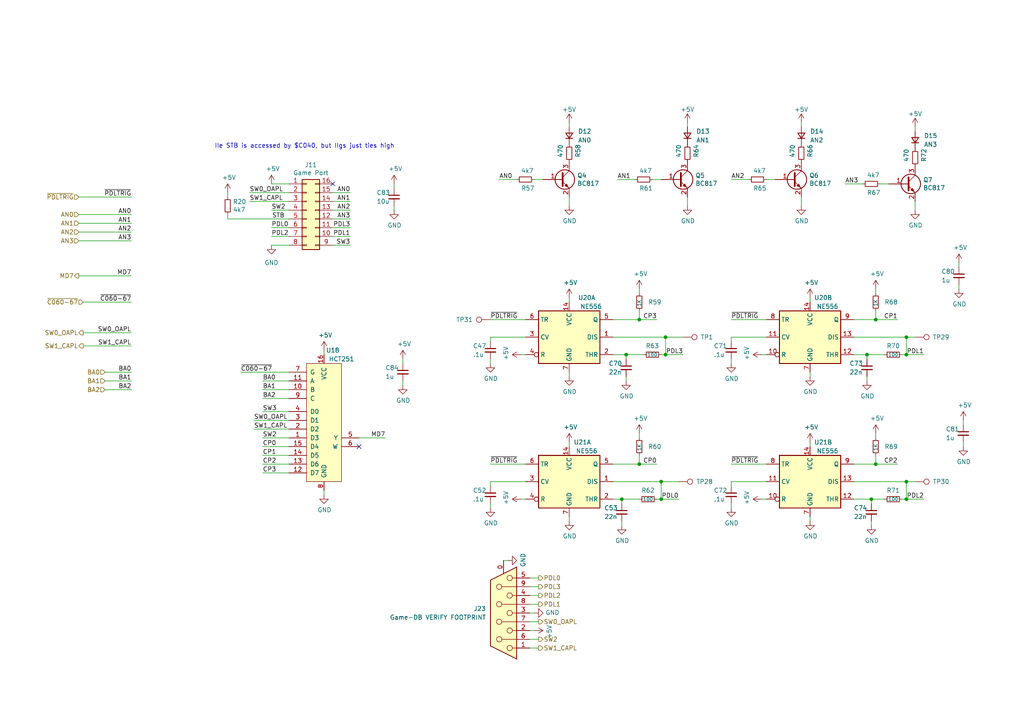
<source format=kicad_sch>
(kicad_sch (version 20211123) (generator eeschema)
  (paper "A4")
  (lib_symbols
    (symbol "Apple_IIgs_Symbols:HCT251" (pin_names (offset 1.016))
      (property "Reference" "U" (at -1.27 20.32 0))
      (property "Value" "HCT251" (at -1.27 17.78 0))
      (symbol "HCT251_1_1"
        (pin input line (at -10.16 -5.08 0) (length 5.08) (name "D3") (number "1"))
        (pin input line (at -10.16 8.89 0) (length 5.08) (name "B") (number "10"))
        (pin input line (at -10.16 11.43 0) (length 5.08) (name "A") (number "11"))
        (pin input line (at -10.16 -15.24 0) (length 5.08) (name "D7") (number "12"))
        (pin input line (at -10.16 -12.7 0) (length 5.08) (name "D6") (number "13"))
        (pin input line (at -10.16 -10.16 0) (length 5.08) (name "D5") (number "14"))
        (pin input line (at -10.16 -7.62 0) (length 5.08) (name "D4") (number "15"))
        (pin power_in line (at 0 19.05 270) (length 2.54) (name "VCC") (number "16"))
        (pin input line (at -10.16 -2.54 0) (length 5.08) (name "D2") (number "2"))
        (pin input line (at -10.16 0 0) (length 5.08) (name "D1") (number "3"))
        (pin input line (at -10.16 2.54 0) (length 5.08) (name "D0") (number "4"))
        (pin input line (at 10.16 -5.08 180) (length 5.08) (name "Y") (number "5"))
        (pin input line (at 10.16 -7.62 180) (length 5.08) (name "W") (number "6"))
        (pin input line (at -10.16 13.97 0) (length 5.08) (name "G") (number "7"))
        (pin power_in line (at 0 -20.32 90) (length 2.54) (name "GND") (number "8"))
        (pin input line (at -10.16 6.35 0) (length 5.08) (name "C") (number "9"))
      )
    )
    (symbol "C_0805_1" (pin_numbers hide) (pin_names (offset 0.254) hide)
      (property "Reference" "C" (at 0.254 1.778 0))
      (property "Value" "C_0805_1" (at 0.254 -2.032 0))
      (symbol "C_0805_1_1_1"
        (pin passive line (at 0 2.54 270) (length 2.032) (name "~") (number "1"))
        (pin passive line (at 0 -2.54 90) (length 2.032) (name "~") (number "2"))
      )
    )
    (symbol "C_0805_2" (pin_numbers hide) (pin_names (offset 0.254) hide)
      (property "Reference" "C" (at 0.254 1.778 0))
      (property "Value" "C_0805_2" (at 0.254 -2.032 0))
      (symbol "C_0805_2_1_1"
        (pin passive line (at 0 2.54 270) (length 2.032) (name "~") (number "1"))
        (pin passive line (at 0 -2.54 90) (length 2.032) (name "~") (number "2"))
      )
    )
    (symbol "C_0805_3" (pin_numbers hide) (pin_names (offset 0.254) hide)
      (property "Reference" "C" (at 0.254 1.778 0))
      (property "Value" "C_0805_3" (at 0.254 -2.032 0))
      (symbol "C_0805_3_1_1"
        (pin passive line (at 0 2.54 270) (length 2.032) (name "~") (number "1"))
        (pin passive line (at 0 -2.54 90) (length 2.032) (name "~") (number "2"))
      )
    )
    (symbol "C_0805_4" (pin_numbers hide) (pin_names (offset 0.254) hide)
      (property "Reference" "C" (at 0.254 1.778 0))
      (property "Value" "C_0805_4" (at 0.254 -2.032 0))
      (symbol "C_0805_4_1_1"
        (pin passive line (at 0 2.54 270) (length 2.032) (name "~") (number "1"))
        (pin passive line (at 0 -2.54 90) (length 2.032) (name "~") (number "2"))
      )
    )
    (symbol "C_0805_5" (pin_numbers hide) (pin_names (offset 0.254) hide)
      (property "Reference" "C" (at 0.254 1.778 0))
      (property "Value" "C_0805_5" (at 0.254 -2.032 0))
      (symbol "C_0805_5_1_1"
        (pin passive line (at 0 2.54 270) (length 2.032) (name "~") (number "1"))
        (pin passive line (at 0 -2.54 90) (length 2.032) (name "~") (number "2"))
      )
    )
    (symbol "C_0805_6" (pin_numbers hide) (pin_names (offset 0.254) hide)
      (property "Reference" "C" (at 0.254 1.778 0))
      (property "Value" "C_0805_6" (at 0.254 -2.032 0))
      (symbol "C_0805_6_1_1"
        (pin passive line (at 0 2.54 270) (length 2.032) (name "~") (number "1"))
        (pin passive line (at 0 -2.54 90) (length 2.032) (name "~") (number "2"))
      )
    )
    (symbol "C_0805_7" (pin_numbers hide) (pin_names (offset 0.254) hide)
      (property "Reference" "C" (at 0.254 1.778 0))
      (property "Value" "C_0805_7" (at 0.254 -2.032 0))
      (symbol "C_0805_7_1_1"
        (pin passive line (at 0 2.54 270) (length 2.032) (name "~") (number "1"))
        (pin passive line (at 0 -2.54 90) (length 2.032) (name "~") (number "2"))
      )
    )
    (symbol "Connector:DB9_Female_MountingHoles" (pin_names (offset 1.016) hide)
      (property "Reference" "J" (at 0 16.51 0))
      (property "Value" "DB9_Female_MountingHoles" (at 0 14.605 0))
      (symbol "DB9_Female_MountingHoles_1_1"
        (pin passive line (at 0 -15.24 90) (length 3.81) (name "PAD") (number "0"))
        (pin passive line (at -7.62 10.16 0) (length 3.81) (name "1") (number "1"))
        (pin passive line (at -7.62 5.08 0) (length 3.81) (name "2") (number "2"))
        (pin passive line (at -7.62 0 0) (length 3.81) (name "3") (number "3"))
        (pin passive line (at -7.62 -5.08 0) (length 3.81) (name "4") (number "4"))
        (pin passive line (at -7.62 -10.16 0) (length 3.81) (name "5") (number "5"))
        (pin passive line (at -7.62 7.62 0) (length 3.81) (name "6") (number "6"))
        (pin passive line (at -7.62 2.54 0) (length 3.81) (name "7") (number "7"))
        (pin passive line (at -7.62 -2.54 0) (length 3.81) (name "8") (number "8"))
        (pin passive line (at -7.62 -7.62 0) (length 3.81) (name "9") (number "9"))
      )
    )
    (symbol "Connector:TestPoint" (pin_numbers hide) (pin_names (offset 0.762) hide)
      (property "Reference" "TP" (at 0 6.858 0))
      (property "Value" "TestPoint" (at 0 5.08 0))
      (symbol "TestPoint_1_1"
        (pin passive line (at 0 0 90) (length 2.54) (name "1") (number "1"))
      )
    )
    (symbol "Connector_Generic:Conn_02x08_Counter_Clockwise" (pin_names (offset 1.016) hide)
      (property "Reference" "J" (at 1.27 10.16 0))
      (property "Value" "Conn_02x08_Counter_Clockwise" (at 1.27 -12.7 0))
      (symbol "Conn_02x08_Counter_Clockwise_1_1"
        (pin passive line (at -5.08 7.62 0) (length 3.81) (name "Pin_1") (number "1"))
        (pin passive line (at 7.62 -7.62 180) (length 3.81) (name "Pin_10") (number "10"))
        (pin passive line (at 7.62 -5.08 180) (length 3.81) (name "Pin_11") (number "11"))
        (pin passive line (at 7.62 -2.54 180) (length 3.81) (name "Pin_12") (number "12"))
        (pin passive line (at 7.62 0 180) (length 3.81) (name "Pin_13") (number "13"))
        (pin passive line (at 7.62 2.54 180) (length 3.81) (name "Pin_14") (number "14"))
        (pin passive line (at 7.62 5.08 180) (length 3.81) (name "Pin_15") (number "15"))
        (pin passive line (at 7.62 7.62 180) (length 3.81) (name "Pin_16") (number "16"))
        (pin passive line (at -5.08 5.08 0) (length 3.81) (name "Pin_2") (number "2"))
        (pin passive line (at -5.08 2.54 0) (length 3.81) (name "Pin_3") (number "3"))
        (pin passive line (at -5.08 0 0) (length 3.81) (name "Pin_4") (number "4"))
        (pin passive line (at -5.08 -2.54 0) (length 3.81) (name "Pin_5") (number "5"))
        (pin passive line (at -5.08 -5.08 0) (length 3.81) (name "Pin_6") (number "6"))
        (pin passive line (at -5.08 -7.62 0) (length 3.81) (name "Pin_7") (number "7"))
        (pin passive line (at -5.08 -10.16 0) (length 3.81) (name "Pin_8") (number "8"))
        (pin passive line (at 7.62 -10.16 180) (length 3.81) (name "Pin_9") (number "9"))
      )
    )
    (symbol "Device:Q_NPN_BEC" (pin_names (offset 0) hide)
      (property "Reference" "Q" (at 5.08 1.27 0))
      (property "Value" "Q_NPN_BEC" (at 5.08 -1.27 0))
      (symbol "Q_NPN_BEC_1_1"
        (pin input line (at -5.08 0 0) (length 5.715) (name "B") (number "1"))
        (pin passive line (at 2.54 -5.08 90) (length 2.54) (name "E") (number "2"))
        (pin passive line (at 2.54 5.08 270) (length 2.54) (name "C") (number "3"))
      )
    )
    (symbol "My Library:D_1206" (pin_numbers hide) (pin_names (offset 0.254) hide)
      (property "Reference" "D" (at -1.27 2.032 0))
      (property "Value" "D_1206" (at -3.81 -2.032 0))
      (symbol "D_1206_1_1"
        (pin passive line (at -2.54 0 0) (length 1.778) (name "K") (number "1"))
        (pin passive line (at 2.54 0 180) (length 1.778) (name "A") (number "2"))
      )
    )
    (symbol "My_Library:C_0805" (pin_numbers hide) (pin_names (offset 0.254) hide)
      (property "Reference" "C" (at 0.254 1.778 0))
      (property "Value" "C_0805" (at 0.254 -2.032 0))
      (symbol "C_0805_1_1"
        (pin passive line (at 0 2.54 270) (length 2.032) (name "~") (number "1"))
        (pin passive line (at 0 -2.54 90) (length 2.032) (name "~") (number "2"))
      )
    )
    (symbol "My_Library:R_0805" (pin_numbers hide) (pin_names (offset 0.254) hide)
      (property "Reference" "R" (at 0.762 0.508 0))
      (property "Value" "R_0805" (at 0.762 -1.016 0))
      (symbol "R_0805_1_1"
        (pin passive line (at 0 2.54 270) (length 0.762) (name "~") (number "1"))
        (pin passive line (at 0 -2.54 90) (length 0.762) (name "~") (number "2"))
      )
    )
    (symbol "R_0805_1" (pin_numbers hide) (pin_names (offset 0.254) hide)
      (property "Reference" "R" (at 0.762 0.508 0))
      (property "Value" "R_0805_1" (at 0.762 -1.016 0))
      (symbol "R_0805_1_1_1"
        (pin passive line (at 0 2.54 270) (length 0.762) (name "~") (number "1"))
        (pin passive line (at 0 -2.54 90) (length 0.762) (name "~") (number "2"))
      )
    )
    (symbol "R_0805_10" (pin_numbers hide) (pin_names (offset 0.254) hide)
      (property "Reference" "R" (at 0.762 0.508 0))
      (property "Value" "R_0805_10" (at 0.762 -1.016 0))
      (symbol "R_0805_10_1_1"
        (pin passive line (at 0 2.54 270) (length 0.762) (name "~") (number "1"))
        (pin passive line (at 0 -2.54 90) (length 0.762) (name "~") (number "2"))
      )
    )
    (symbol "R_0805_11" (pin_numbers hide) (pin_names (offset 0.254) hide)
      (property "Reference" "R" (at 0.762 0.508 0))
      (property "Value" "R_0805_11" (at 0.762 -1.016 0))
      (symbol "R_0805_11_1_1"
        (pin passive line (at 0 2.54 270) (length 0.762) (name "~") (number "1"))
        (pin passive line (at 0 -2.54 90) (length 0.762) (name "~") (number "2"))
      )
    )
    (symbol "R_0805_12" (pin_numbers hide) (pin_names (offset 0.254) hide)
      (property "Reference" "R" (at 0.762 0.508 0))
      (property "Value" "R_0805_12" (at 0.762 -1.016 0))
      (symbol "R_0805_12_1_1"
        (pin passive line (at 0 2.54 270) (length 0.762) (name "~") (number "1"))
        (pin passive line (at 0 -2.54 90) (length 0.762) (name "~") (number "2"))
      )
    )
    (symbol "R_0805_13" (pin_numbers hide) (pin_names (offset 0.254) hide)
      (property "Reference" "R" (at 0.762 0.508 0))
      (property "Value" "R_0805_13" (at 0.762 -1.016 0))
      (symbol "R_0805_13_1_1"
        (pin passive line (at 0 2.54 270) (length 0.762) (name "~") (number "1"))
        (pin passive line (at 0 -2.54 90) (length 0.762) (name "~") (number "2"))
      )
    )
    (symbol "R_0805_14" (pin_numbers hide) (pin_names (offset 0.254) hide)
      (property "Reference" "R" (at 0.762 0.508 0))
      (property "Value" "R_0805_14" (at 0.762 -1.016 0))
      (symbol "R_0805_14_1_1"
        (pin passive line (at 0 2.54 270) (length 0.762) (name "~") (number "1"))
        (pin passive line (at 0 -2.54 90) (length 0.762) (name "~") (number "2"))
      )
    )
    (symbol "R_0805_15" (pin_numbers hide) (pin_names (offset 0.254) hide)
      (property "Reference" "R" (at 0.762 0.508 0))
      (property "Value" "R_0805_15" (at 0.762 -1.016 0))
      (symbol "R_0805_15_1_1"
        (pin passive line (at 0 2.54 270) (length 0.762) (name "~") (number "1"))
        (pin passive line (at 0 -2.54 90) (length 0.762) (name "~") (number "2"))
      )
    )
    (symbol "R_0805_16" (pin_numbers hide) (pin_names (offset 0.254) hide)
      (property "Reference" "R" (at 0.762 0.508 0))
      (property "Value" "R_0805_16" (at 0.762 -1.016 0))
      (symbol "R_0805_16_1_1"
        (pin passive line (at 0 2.54 270) (length 0.762) (name "~") (number "1"))
        (pin passive line (at 0 -2.54 90) (length 0.762) (name "~") (number "2"))
      )
    )
    (symbol "R_0805_2" (pin_numbers hide) (pin_names (offset 0.254) hide)
      (property "Reference" "R" (at 0.762 0.508 0))
      (property "Value" "R_0805_2" (at 0.762 -1.016 0))
      (symbol "R_0805_2_1_1"
        (pin passive line (at 0 2.54 270) (length 0.762) (name "~") (number "1"))
        (pin passive line (at 0 -2.54 90) (length 0.762) (name "~") (number "2"))
      )
    )
    (symbol "R_0805_3" (pin_numbers hide) (pin_names (offset 0.254) hide)
      (property "Reference" "R" (at 0.762 0.508 0))
      (property "Value" "R_0805_3" (at 0.762 -1.016 0))
      (symbol "R_0805_3_1_1"
        (pin passive line (at 0 2.54 270) (length 0.762) (name "~") (number "1"))
        (pin passive line (at 0 -2.54 90) (length 0.762) (name "~") (number "2"))
      )
    )
    (symbol "R_0805_4" (pin_numbers hide) (pin_names (offset 0.254) hide)
      (property "Reference" "R" (at 0.762 0.508 0))
      (property "Value" "R_0805_4" (at 0.762 -1.016 0))
      (symbol "R_0805_4_1_1"
        (pin passive line (at 0 2.54 270) (length 0.762) (name "~") (number "1"))
        (pin passive line (at 0 -2.54 90) (length 0.762) (name "~") (number "2"))
      )
    )
    (symbol "R_0805_5" (pin_numbers hide) (pin_names (offset 0.254) hide)
      (property "Reference" "R" (at 0.762 0.508 0))
      (property "Value" "R_0805_5" (at 0.762 -1.016 0))
      (symbol "R_0805_5_1_1"
        (pin passive line (at 0 2.54 270) (length 0.762) (name "~") (number "1"))
        (pin passive line (at 0 -2.54 90) (length 0.762) (name "~") (number "2"))
      )
    )
    (symbol "R_0805_6" (pin_numbers hide) (pin_names (offset 0.254) hide)
      (property "Reference" "R" (at 0.762 0.508 0))
      (property "Value" "R_0805_6" (at 0.762 -1.016 0))
      (symbol "R_0805_6_1_1"
        (pin passive line (at 0 2.54 270) (length 0.762) (name "~") (number "1"))
        (pin passive line (at 0 -2.54 90) (length 0.762) (name "~") (number "2"))
      )
    )
    (symbol "R_0805_7" (pin_numbers hide) (pin_names (offset 0.254) hide)
      (property "Reference" "R" (at 0.762 0.508 0))
      (property "Value" "R_0805_7" (at 0.762 -1.016 0))
      (symbol "R_0805_7_1_1"
        (pin passive line (at 0 2.54 270) (length 0.762) (name "~") (number "1"))
        (pin passive line (at 0 -2.54 90) (length 0.762) (name "~") (number "2"))
      )
    )
    (symbol "R_0805_8" (pin_numbers hide) (pin_names (offset 0.254) hide)
      (property "Reference" "R" (at 0.762 0.508 0))
      (property "Value" "R_0805_8" (at 0.762 -1.016 0))
      (symbol "R_0805_8_1_1"
        (pin passive line (at 0 2.54 270) (length 0.762) (name "~") (number "1"))
        (pin passive line (at 0 -2.54 90) (length 0.762) (name "~") (number "2"))
      )
    )
    (symbol "R_0805_9" (pin_numbers hide) (pin_names (offset 0.254) hide)
      (property "Reference" "R" (at 0.762 0.508 0))
      (property "Value" "R_0805_9" (at 0.762 -1.016 0))
      (symbol "R_0805_9_1_1"
        (pin passive line (at 0 2.54 270) (length 0.762) (name "~") (number "1"))
        (pin passive line (at 0 -2.54 90) (length 0.762) (name "~") (number "2"))
      )
    )
    (symbol "Timer:NE556"
      (property "Reference" "U" (at -10.16 8.89 0))
      (property "Value" "NE556" (at -10.16 -8.89 0))
      (symbol "NE556_0_0"
        (pin power_in line (at 0 10.16 270) (length 2.54) (name "VCC") (number "14"))
        (pin power_in line (at 0 -10.16 90) (length 2.54) (name "GND") (number "7"))
      )
      (symbol "NE556_1_1"
        (pin input line (at 12.7 0 180) (length 3.81) (name "DIS") (number "1"))
        (pin input line (at 12.7 -5.08 180) (length 3.81) (name "THR") (number "2"))
        (pin input line (at -12.7 0 0) (length 3.81) (name "CV") (number "3"))
        (pin input inverted (at -12.7 -5.08 0) (length 3.81) (name "R") (number "4"))
        (pin output line (at 12.7 5.08 180) (length 3.81) (name "Q") (number "5"))
        (pin input line (at -12.7 5.08 0) (length 3.81) (name "TR") (number "6"))
      )
      (symbol "NE556_2_1"
        (pin input inverted (at -12.7 -5.08 0) (length 3.81) (name "R") (number "10"))
        (pin input line (at -12.7 0 0) (length 3.81) (name "CV") (number "11"))
        (pin input line (at 12.7 -5.08 180) (length 3.81) (name "THR") (number "12"))
        (pin input line (at 12.7 0 180) (length 3.81) (name "DIS") (number "13"))
        (pin input line (at -12.7 5.08 0) (length 3.81) (name "TR") (number "8"))
        (pin output line (at 12.7 5.08 180) (length 3.81) (name "Q") (number "9"))
      )
    )
    (symbol "power:+5V" (power) (pin_names (offset 0))
      (property "Value" "+5V" (at 0 3.556 0))
      (symbol "+5V_1_1"
        (pin power_in line (at 0 0 90) (length 0) hide (name "+5V") (number "1"))
      )
    )
    (symbol "power:GND" (power) (pin_names (offset 0))
      (property "Value" "GND" (at 0 -3.81 0))
      (symbol "GND_1_1"
        (pin power_in line (at 0 0 270) (length 0) hide (name "GND") (number "1"))
      )
    )
  )
  (junction (at 193.04 97.79))
  (junction (at 191.77 139.7))
  (junction (at 262.89 102.87))
  (junction (at 254 134.62))
  (junction (at 185.42 134.62))
  (junction (at 193.04 102.87))
  (junction (at 254 92.71))
  (junction (at 191.77 144.78))
  (junction (at 262.89 144.78))
  (junction (at 181.61 102.87))
  (junction (at 262.89 97.79))
  (junction (at 262.89 139.7))
  (junction (at 185.42 92.71))
  (junction (at 251.46 102.87))
  (junction (at 180.34 144.78))
  (junction (at 252.73 144.78))
  (no_connect (at 96.52 53.34))
  (no_connect (at 104.14 129.54))
  (wire (pts (xy 191.77 144.78) (xy 196.85 144.78)))
  (wire (pts (xy 247.65 139.7) (xy 262.89 139.7)))
  (wire (pts (xy 153.67 175.26) (xy 156.21 175.26)))
  (wire (pts (xy 146.05 162.56) (xy 147.32 162.56)))
  (wire (pts (xy 96.52 63.5) (xy 101.6 63.5)))
  (wire (pts (xy 96.52 60.96) (xy 101.6 60.96)))
  (wire (pts (xy 153.67 187.96) (xy 156.21 187.96)))
  (wire (pts (xy 152.4 97.79) (xy 142.24 97.79)))
  (wire (pts (xy 254 125.73) (xy 254 127)))
  (wire (pts (xy 144.78 52.07) (xy 149.86 52.07)))
  (wire (pts (xy 66.04 63.5) (xy 66.04 62.23)))
  (wire (pts (xy 83.82 60.96) (xy 78.74 60.96)))
  (wire (pts (xy 180.34 144.78) (xy 185.42 144.78)))
  (wire (pts (xy 262.89 97.79) (xy 265.43 97.79)))
  (wire (pts (xy 177.8 92.71) (xy 185.42 92.71)))
  (wire (pts (xy 254 92.71) (xy 260.35 92.71)))
  (wire (pts (xy 262.89 139.7) (xy 262.89 144.78)))
  (wire (pts (xy 220.98 144.78) (xy 222.25 144.78)))
  (wire (pts (xy 265.43 38.1) (xy 265.43 36.83)))
  (wire (pts (xy 83.82 110.49) (xy 76.2 110.49)))
  (wire (pts (xy 83.82 115.57) (xy 76.2 115.57)))
  (wire (pts (xy 22.86 62.23) (xy 38.1 62.23)))
  (wire (pts (xy 154.94 52.07) (xy 157.48 52.07)))
  (wire (pts (xy 185.42 90.17) (xy 185.42 92.71)))
  (wire (pts (xy 165.1 57.15) (xy 165.1 59.69)))
  (wire (pts (xy 22.86 67.31) (xy 38.1 67.31)))
  (wire (pts (xy 142.24 104.14) (xy 142.24 105.41)))
  (wire (pts (xy 83.82 132.08) (xy 76.2 132.08)))
  (wire (pts (xy 212.09 146.05) (xy 212.09 147.32)))
  (wire (pts (xy 212.09 104.14) (xy 212.09 105.41)))
  (wire (pts (xy 252.73 144.78) (xy 252.73 146.05)))
  (wire (pts (xy 199.39 57.15) (xy 199.39 59.69)))
  (wire (pts (xy 73.66 121.92) (xy 83.82 121.92)))
  (wire (pts (xy 190.5 144.78) (xy 191.77 144.78)))
  (wire (pts (xy 181.61 102.87) (xy 181.61 104.14)))
  (wire (pts (xy 83.82 68.58) (xy 78.74 68.58)))
  (wire (pts (xy 93.98 142.24) (xy 93.98 143.51)))
  (wire (pts (xy 191.77 139.7) (xy 191.77 144.78)))
  (wire (pts (xy 116.84 104.14) (xy 116.84 105.41)))
  (wire (pts (xy 114.3 53.34) (xy 114.3 54.61)))
  (wire (pts (xy 181.61 109.22) (xy 181.61 110.49)))
  (wire (pts (xy 189.23 52.07) (xy 191.77 52.07)))
  (wire (pts (xy 152.4 92.71) (xy 142.24 92.71)))
  (wire (pts (xy 153.67 170.18) (xy 156.21 170.18)))
  (wire (pts (xy 252.73 144.78) (xy 256.54 144.78)))
  (wire (pts (xy 93.98 101.6) (xy 93.98 102.87)))
  (wire (pts (xy 177.8 134.62) (xy 185.42 134.62)))
  (wire (pts (xy 83.82 107.95) (xy 69.85 107.95)))
  (wire (pts (xy 177.8 139.7) (xy 191.77 139.7)))
  (wire (pts (xy 165.1 128.27) (xy 165.1 129.54)))
  (wire (pts (xy 66.04 55.88) (xy 66.04 57.15)))
  (wire (pts (xy 153.67 185.42) (xy 156.21 185.42)))
  (wire (pts (xy 24.13 100.33) (xy 38.1 100.33)))
  (wire (pts (xy 142.24 146.05) (xy 142.24 147.32)))
  (wire (pts (xy 191.77 102.87) (xy 193.04 102.87)))
  (wire (pts (xy 234.95 149.86) (xy 234.95 151.13)))
  (wire (pts (xy 262.89 97.79) (xy 262.89 102.87)))
  (wire (pts (xy 22.86 57.15) (xy 38.1 57.15)))
  (wire (pts (xy 22.86 64.77) (xy 38.1 64.77)))
  (wire (pts (xy 265.43 58.42) (xy 265.43 60.96)))
  (wire (pts (xy 212.09 97.79) (xy 212.09 99.06)))
  (wire (pts (xy 104.14 127) (xy 111.76 127)))
  (wire (pts (xy 165.1 149.86) (xy 165.1 151.13)))
  (wire (pts (xy 153.67 167.64) (xy 156.21 167.64)))
  (wire (pts (xy 73.66 124.46) (xy 83.82 124.46)))
  (wire (pts (xy 96.52 66.04) (xy 101.6 66.04)))
  (wire (pts (xy 261.62 144.78) (xy 262.89 144.78)))
  (wire (pts (xy 254 83.82) (xy 254 85.09)))
  (wire (pts (xy 24.13 87.63) (xy 38.1 87.63)))
  (wire (pts (xy 83.82 137.16) (xy 76.2 137.16)))
  (wire (pts (xy 83.82 71.12) (xy 78.74 71.12)))
  (wire (pts (xy 185.42 92.71) (xy 190.5 92.71)))
  (wire (pts (xy 222.25 52.07) (xy 224.79 52.07)))
  (wire (pts (xy 234.95 128.27) (xy 234.95 129.54)))
  (wire (pts (xy 30.48 107.95) (xy 38.1 107.95)))
  (wire (pts (xy 261.62 102.87) (xy 262.89 102.87)))
  (wire (pts (xy 222.25 92.71) (xy 212.09 92.71)))
  (wire (pts (xy 222.25 134.62) (xy 212.09 134.62)))
  (wire (pts (xy 262.89 102.87) (xy 267.97 102.87)))
  (wire (pts (xy 254 134.62) (xy 260.35 134.62)))
  (wire (pts (xy 153.67 177.8) (xy 154.94 177.8)))
  (wire (pts (xy 83.82 127) (xy 76.2 127)))
  (wire (pts (xy 83.82 113.03) (xy 76.2 113.03)))
  (wire (pts (xy 254 132.08) (xy 254 134.62)))
  (wire (pts (xy 245.11 53.34) (xy 250.19 53.34)))
  (wire (pts (xy 177.8 102.87) (xy 181.61 102.87)))
  (wire (pts (xy 22.86 80.01) (xy 38.1 80.01)))
  (wire (pts (xy 262.89 139.7) (xy 265.43 139.7)))
  (wire (pts (xy 177.8 144.78) (xy 180.34 144.78)))
  (wire (pts (xy 251.46 102.87) (xy 256.54 102.87)))
  (wire (pts (xy 212.09 139.7) (xy 212.09 140.97)))
  (wire (pts (xy 151.13 102.87) (xy 152.4 102.87)))
  (wire (pts (xy 114.3 59.69) (xy 114.3 60.96)))
  (wire (pts (xy 247.65 92.71) (xy 254 92.71)))
  (wire (pts (xy 142.24 139.7) (xy 142.24 140.97)))
  (wire (pts (xy 180.34 144.78) (xy 180.34 146.05)))
  (wire (pts (xy 232.41 57.15) (xy 232.41 59.69)))
  (wire (pts (xy 83.82 134.62) (xy 76.2 134.62)))
  (wire (pts (xy 222.25 97.79) (xy 212.09 97.79)))
  (wire (pts (xy 193.04 102.87) (xy 198.12 102.87)))
  (wire (pts (xy 83.82 66.04) (xy 78.74 66.04)))
  (wire (pts (xy 247.65 134.62) (xy 254 134.62)))
  (wire (pts (xy 181.61 102.87) (xy 186.69 102.87)))
  (wire (pts (xy 279.4 128.27) (xy 279.4 129.54)))
  (wire (pts (xy 193.04 97.79) (xy 198.12 97.79)))
  (wire (pts (xy 66.04 63.5) (xy 83.82 63.5)))
  (wire (pts (xy 83.82 119.38) (xy 76.2 119.38)))
  (wire (pts (xy 185.42 83.82) (xy 185.42 85.09)))
  (wire (pts (xy 153.67 180.34) (xy 156.21 180.34)))
  (wire (pts (xy 165.1 36.83) (xy 165.1 35.56)))
  (wire (pts (xy 251.46 102.87) (xy 251.46 104.14)))
  (wire (pts (xy 83.82 129.54) (xy 76.2 129.54)))
  (wire (pts (xy 220.98 102.87) (xy 222.25 102.87)))
  (wire (pts (xy 30.48 113.03) (xy 38.1 113.03)))
  (wire (pts (xy 30.48 110.49) (xy 38.1 110.49)))
  (wire (pts (xy 212.09 52.07) (xy 217.17 52.07)))
  (wire (pts (xy 153.67 172.72) (xy 156.21 172.72)))
  (wire (pts (xy 247.65 97.79) (xy 262.89 97.79)))
  (wire (pts (xy 222.25 139.7) (xy 212.09 139.7)))
  (wire (pts (xy 96.52 68.58) (xy 101.6 68.58)))
  (wire (pts (xy 185.42 132.08) (xy 185.42 134.62)))
  (wire (pts (xy 151.13 144.78) (xy 152.4 144.78)))
  (wire (pts (xy 165.1 107.95) (xy 165.1 109.22)))
  (wire (pts (xy 234.95 107.95) (xy 234.95 109.22)))
  (wire (pts (xy 72.39 58.42) (xy 83.82 58.42)))
  (wire (pts (xy 152.4 134.62) (xy 142.24 134.62)))
  (wire (pts (xy 24.13 96.52) (xy 38.1 96.52)))
  (wire (pts (xy 255.27 53.34) (xy 257.81 53.34)))
  (wire (pts (xy 116.84 110.49) (xy 116.84 111.76)))
  (wire (pts (xy 78.74 53.34) (xy 83.82 53.34)))
  (wire (pts (xy 96.52 55.88) (xy 101.6 55.88)))
  (wire (pts (xy 153.67 182.88) (xy 154.94 182.88)))
  (wire (pts (xy 22.86 69.85) (xy 38.1 69.85)))
  (wire (pts (xy 251.46 109.22) (xy 251.46 110.49)))
  (wire (pts (xy 234.95 86.36) (xy 234.95 87.63)))
  (wire (pts (xy 185.42 134.62) (xy 190.5 134.62)))
  (wire (pts (xy 152.4 139.7) (xy 142.24 139.7)))
  (wire (pts (xy 179.07 52.07) (xy 184.15 52.07)))
  (wire (pts (xy 278.13 82.55) (xy 278.13 83.82)))
  (wire (pts (xy 142.24 97.79) (xy 142.24 99.06)))
  (wire (pts (xy 193.04 97.79) (xy 193.04 102.87)))
  (wire (pts (xy 262.89 144.78) (xy 267.97 144.78)))
  (wire (pts (xy 177.8 97.79) (xy 193.04 97.79)))
  (wire (pts (xy 199.39 36.83) (xy 199.39 35.56)))
  (wire (pts (xy 247.65 144.78) (xy 252.73 144.78)))
  (wire (pts (xy 278.13 76.2) (xy 278.13 77.47)))
  (wire (pts (xy 254 90.17) (xy 254 92.71)))
  (wire (pts (xy 165.1 86.36) (xy 165.1 87.63)))
  (wire (pts (xy 252.73 151.13) (xy 252.73 152.4)))
  (wire (pts (xy 83.82 55.88) (xy 72.39 55.88)))
  (wire (pts (xy 96.52 71.12) (xy 101.6 71.12)))
  (wire (pts (xy 191.77 139.7) (xy 196.85 139.7)))
  (wire (pts (xy 247.65 102.87) (xy 251.46 102.87)))
  (wire (pts (xy 232.41 36.83) (xy 232.41 35.56)))
  (wire (pts (xy 96.52 58.42) (xy 101.6 58.42)))
  (wire (pts (xy 180.34 151.13) (xy 180.34 152.4)))
  (wire (pts (xy 185.42 125.73) (xy 185.42 127)))
  (wire (pts (xy 279.4 121.92) (xy 279.4 123.19)))
  (text "IIe STB is accessed by $C040, but IIgs just ties high" (at 62.23 43.18 0) (effects (font (size 1.27 1.27)) (justify left bottom)))
  (label "~{PDLTRIG}" (at 142.24 92.71 0))
  (label "MD7" (at 111.76 127 180))
  (label "AN1" (at 38.1 64.77 180))
  (label "BA0" (at 76.2 110.49 0))
  (label "PDL1" (at 101.6 68.58 180))
  (label "STB" (at 82.55 63.5 180))
  (label "AN1" (at 179.07 52.07 0))
  (label "SW2" (at 76.2 127 0))
  (label "AN3" (at 245.11 53.34 0))
  (label "SW1_CAPL" (at 73.66 124.46 0))
  (label "SW1_CAPL" (at 72.39 58.42 0))
  (label "BA2" (at 38.1 113.03 180))
  (label "BA1" (at 38.1 110.49 180))
  (label "SW0_OAPL" (at 38.1 96.52 180))
  (label "PDL0" (at 196.85 144.78 180))
  (label "PDL0" (at 78.74 66.04 0))
  (label "CP3" (at 76.2 137.16 0))
  (label "PDL2" (at 267.97 144.78 180))
  (label "AN0" (at 38.1 62.23 180))
  (label "CP1" (at 76.2 132.08 0))
  (label "SW3" (at 76.2 119.38 0))
  (label "~{C060-67}" (at 38.1 87.63 180))
  (label "~{C060-67}" (at 69.85 107.95 0))
  (label "BA0" (at 38.1 107.95 180))
  (label "AN0" (at 101.6 55.88 180))
  (label "PDL2" (at 78.74 68.58 0))
  (label "SW1_CAPL" (at 38.1 100.33 180))
  (label "CP0" (at 76.2 129.54 0))
  (label "CP1" (at 260.35 92.71 180))
  (label "BA1" (at 76.2 113.03 0))
  (label "AN1" (at 101.6 58.42 180))
  (label "CP3" (at 190.5 92.71 180))
  (label "AN3" (at 38.1 69.85 180))
  (label "CP0" (at 190.5 134.62 180))
  (label "AN2" (at 38.1 67.31 180))
  (label "~{PDLTRIG}" (at 142.24 134.62 0))
  (label "AN0" (at 144.78 52.07 0))
  (label "CP2" (at 76.2 134.62 0))
  (label "CP2" (at 260.35 134.62 180))
  (label "SW0_OAPL" (at 73.66 121.92 0))
  (label "SW3" (at 101.6 71.12 180))
  (label "BA2" (at 76.2 115.57 0))
  (label "~{PDLTRIG}" (at 212.09 92.71 0))
  (label "PDL3" (at 101.6 66.04 180))
  (label "~{PDLTRIG}" (at 38.1 57.15 180))
  (label "SW0_OAPL" (at 72.39 55.88 0))
  (label "SW2" (at 78.74 60.96 0))
  (label "AN2" (at 101.6 60.96 180))
  (label "PDL3" (at 198.12 102.87 180))
  (label "AN2" (at 212.09 52.07 0))
  (label "PDL1" (at 267.97 102.87 180))
  (label "MD7" (at 38.1 80.01 180))
  (label "~{PDLTRIG}" (at 212.09 134.62 0))
  (label "AN3" (at 101.6 63.5 180))
  (hierarchical_label "BA1" (shape input) (at 30.48 110.49 180))
  (hierarchical_label "AN1" (shape input) (at 22.86 64.77 180))
  (hierarchical_label "AN0" (shape input) (at 22.86 62.23 180))
  (hierarchical_label "PDL1" (shape output) (at 156.21 175.26 0))
  (hierarchical_label "~{C060-67}" (shape input) (at 24.13 87.63 180))
  (hierarchical_label "PDL3" (shape output) (at 156.21 170.18 0))
  (hierarchical_label "~{PDLTRIG}" (shape input) (at 22.86 57.15 180))
  (hierarchical_label "SW0_OAPL" (shape output) (at 24.13 96.52 180))
  (hierarchical_label "PDL2" (shape output) (at 156.21 172.72 0))
  (hierarchical_label "SW0_OAPL" (shape output) (at 156.21 180.34 0))
  (hierarchical_label "BA0" (shape input) (at 30.48 107.95 180))
  (hierarchical_label "AN3" (shape input) (at 22.86 69.85 180))
  (hierarchical_label "BA2" (shape input) (at 30.48 113.03 180))
  (hierarchical_label "PDL0" (shape output) (at 156.21 167.64 0))
  (hierarchical_label "MD7" (shape output) (at 22.86 80.01 180))
  (hierarchical_label "SW2" (shape output) (at 156.21 185.42 0))
  (hierarchical_label "SW1_CAPL" (shape output) (at 156.21 187.96 0))
  (hierarchical_label "SW1_CAPL" (shape output) (at 24.13 100.33 180))
  (hierarchical_label "AN2" (shape input) (at 22.86 67.31 180))
  (symbol (lib_id "power:GND") (at 165.1 59.69 0) (unit 1)
    (property "Reference" "#PWR0367" (effects hide))
    (property "Value" "GND" (at 165.227 64.0842 0))
  )
  (symbol (lib_name "R_0805_13") (lib_id "My_Library:R_0805") (at 254 129.54 0) (unit 1)
    (property "Reference" "R69" (at 256.54 129.54 0) (effects (justify left)))
    (property "Value" "1K" (at 254 130.81 90) (effects (font (size 0.9906 0.9906)) (justify left)))
    (property "Footprint" "Resistor_SMD:R_0805_2012Metric" (effects hide))
  )
  (symbol (lib_name "R_0805_16") (lib_id "My_Library:R_0805") (at 189.23 102.87 270) (unit 1)
    (property "Reference" "R63" (at 189.23 100.33 90))
    (property "Value" "100" (at 189.23 102.87 90) (effects (font (size 0.9906 0.9906))))
    (property "Footprint" "Resistor_SMD:R_0805_2012Metric" (effects hide))
  )
  (symbol (lib_id "Device:Q_NPN_BEC") (at 262.89 53.34 0) (unit 1)
    (property "Reference" "Q7" (at 267.7414 52.1716 0) (effects (justify left)))
    (property "Value" "BC817" (at 267.7414 54.483 0) (effects (justify left)))
    (property "Footprint" "Package_TO_SOT_SMD:SOT-23" (effects hide))
  )
  (symbol (lib_id "My_Library:C_0805") (at 181.61 106.68 0) (unit 1)
    (property "Reference" "C70" (at 176.53 105.41 0) (effects (justify left)))
    (property "Value" "22n" (at 176.53 107.95 0) (effects (justify left)))
    (property "Footprint" "Capacitor_SMD:C_0805_2012Metric" (effects hide))
  )
  (symbol (lib_id "power:+5V") (at 254 83.82 0) (unit 1)
    (property "Reference" "#PWR0352" (effects hide))
    (property "Value" "+5V" (at 254.381 79.4258 0))
  )
  (symbol (lib_id "power:GND") (at 165.1 151.13 0) (unit 1)
    (property "Reference" "#PWR0360" (effects hide))
    (property "Value" "GND" (at 165.227 155.5242 0))
  )
  (symbol (lib_id "power:+5V") (at 279.4 121.92 0) (unit 1)
    (property "Reference" "#PWR0306" (effects hide))
    (property "Value" "+5V" (at 279.781 117.5258 0))
  )
  (symbol (lib_name "R_0805_12") (lib_id "My_Library:R_0805") (at 259.08 144.78 270) (unit 1)
    (property "Reference" "R71" (at 259.08 142.24 90))
    (property "Value" "100" (at 259.08 144.78 90) (effects (font (size 0.9906 0.9906))))
    (property "Footprint" "Resistor_SMD:R_0805_2012Metric" (effects hide))
  )
  (symbol (lib_id "power:GND") (at 142.24 147.32 0) (unit 1)
    (property "Reference" "#PWR0311" (effects hide))
    (property "Value" "GND" (at 142.367 151.7142 0))
  )
  (symbol (lib_id "My Library:D_1206") (at 265.43 40.64 90) (unit 1)
    (property "Reference" "D15" (at 267.97 39.3699 90) (effects (justify right)))
    (property "Value" "AN3" (at 267.97 41.9099 90) (effects (justify right)))
    (property "Footprint" "LED_SMD:LED_1206_3216Metric" (effects hide))
  )
  (symbol (lib_id "Connector:DB9_Female_MountingHoles") (at 146.05 177.8 180) (unit 1)
    (property "Reference" "J23" (at 140.97 176.5299 0) (effects (justify left)))
    (property "Value" "Game-DB VERIFY FOOTPRINT" (at 140.97 179.0699 0) (effects (justify left)))
    (property "Footprint" "Connector_Dsub:DSUB-9_Female_Horizontal_P2.77x2.84mm_EdgePinOffset7.70mm_Housed_MountingHolesOffset9.12mm" (effects hide))
    (property "Datasheet" "https://app.adam-tech.com/products/download/data_sheet/198474/dxxx-sl-25-data-sheet.pdf" (effects hide))
    (property "MFN" "DE09-SL-25" (effects hide))
    (property "Field5" "Adam Tech" (effects hide))
  )
  (symbol (lib_name "C_0805_2") (lib_id "My_Library:C_0805") (at 142.24 143.51 0) (unit 1)
    (property "Reference" "C52" (at 137.16 142.24 0) (effects (justify left)))
    (property "Value" ".1u" (at 137.16 144.78 0) (effects (justify left)))
    (property "Footprint" "Capacitor_SMD:C_0805_2012Metric" (effects hide))
  )
  (symbol (lib_id "power:+5V") (at 165.1 128.27 0) (unit 1)
    (property "Reference" "#PWR0358" (effects hide))
    (property "Value" "+5V" (at 165.481 123.8758 0))
  )
  (symbol (lib_id "power:GND") (at 212.09 105.41 0) (unit 1)
    (property "Reference" "#PWR0362" (effects hide))
    (property "Value" "GND" (at 212.217 109.8042 0))
  )
  (symbol (lib_id "My Library:D_1206") (at 165.1 39.37 90) (unit 1)
    (property "Reference" "D12" (at 167.64 38.0999 90) (effects (justify right)))
    (property "Value" "AN0" (at 167.64 40.6399 90) (effects (justify right)))
    (property "Footprint" "LED_SMD:LED_1206_3216Metric" (effects hide))
  )
  (symbol (lib_id "power:+5V") (at 114.3 53.34 0) (unit 1)
    (property "Reference" "#PWR0293" (effects hide))
    (property "Value" "+5V" (at 114.681 48.9458 0))
  )
  (symbol (lib_id "power:+5V") (at 254 125.73 0) (unit 1)
    (property "Reference" "#PWR0298" (effects hide))
    (property "Value" "+5V" (at 254.381 121.3358 0))
  )
  (symbol (lib_id "power:+5V") (at 151.13 144.78 90) (unit 1)
    (property "Reference" "#PWR0347" (effects hide))
    (property "Value" "+5V" (at 146.7358 144.399 0))
  )
  (symbol (lib_id "power:GND") (at 212.09 147.32 0) (unit 1)
    (property "Reference" "#PWR0357" (effects hide))
    (property "Value" "GND" (at 212.217 151.7142 0))
  )
  (symbol (lib_id "power:+5V") (at 234.95 128.27 0) (unit 1)
    (property "Reference" "#PWR0301" (effects hide))
    (property "Value" "+5V" (at 235.331 123.8758 0))
  )
  (symbol (lib_id "power:+5V") (at 151.13 102.87 90) (unit 1)
    (property "Reference" "#PWR0349" (effects hide))
    (property "Value" "+5V" (at 146.7358 102.489 0))
  )
  (symbol (lib_id "power:GND") (at 154.94 177.8 90) (unit 1)
    (property "Reference" "#PWR0399" (effects hide))
    (property "Value" "GND" (at 158.1912 177.673 90) (effects (justify right)))
  )
  (symbol (lib_id "power:GND") (at 181.61 110.49 0) (unit 1)
    (property "Reference" "#PWR0309" (effects hide))
    (property "Value" "GND" (at 181.737 114.8842 0))
  )
  (symbol (lib_id "power:+5V") (at 265.43 36.83 0) (unit 1)
    (property "Reference" "#PWR0354" (effects hide))
    (property "Value" "+5V" (at 265.43 33.02 0))
  )
  (symbol (lib_id "My_Library:R_0805") (at 187.96 144.78 270) (unit 1)
    (property "Reference" "R62" (at 187.96 142.24 90))
    (property "Value" "100" (at 187.96 144.78 90) (effects (font (size 0.9906 0.9906))))
    (property "Footprint" "Resistor_SMD:R_0805_2012Metric" (effects hide))
  )
  (symbol (lib_id "Connector:TestPoint") (at 142.24 92.71 90) (unit 1)
    (property "Reference" "TP31" (at 137.16 92.71 90) (effects (justify left)))
    (property "Value" "TestPoint" (effects hide))
    (property "Footprint" "TestPoint:TestPoint_Pad_D1.0mm" (effects hide))
  )
  (symbol (lib_id "Connector:TestPoint") (at 198.12 97.79 270) (unit 1)
    (property "Reference" "TP1" (at 203.2 97.79 90) (effects (justify left)))
    (property "Value" "TestPoint" (effects hide))
    (property "Footprint" "TestPoint:TestPoint_Pad_D1.0mm" (effects hide))
  )
  (symbol (lib_id "power:+5V") (at 185.42 125.73 0) (unit 1)
    (property "Reference" "#PWR0359" (effects hide))
    (property "Value" "+5V" (at 185.801 121.3358 0))
  )
  (symbol (lib_id "Timer:NE556") (at 234.95 139.7 0) (unit 2)
    (property "Reference" "U21" (at 238.76 128.27 0))
    (property "Value" "NE556" (at 240.03 130.81 0))
    (property "Footprint" "Package_SO:SO-14_3.9x8.65mm_P1.27mm" (effects hide))
    (property "Datasheet" "http://www.ti.com/lit/ds/symlink/ne556.pdf" (effects hide))
  )
  (symbol (lib_id "Device:Q_NPN_BEC") (at 229.87 52.07 0) (unit 1)
    (property "Reference" "Q6" (at 234.7214 50.9016 0) (effects (justify left)))
    (property "Value" "BC817" (at 234.7214 53.213 0) (effects (justify left)))
    (property "Footprint" "Package_TO_SOT_SMD:SOT-23" (effects hide))
  )
  (symbol (lib_name "C_0805_4") (lib_id "My_Library:C_0805") (at 212.09 143.51 0) (unit 1)
    (property "Reference" "C72" (at 207.01 142.24 0) (effects (justify left)))
    (property "Value" ".1u" (at 207.01 144.78 0) (effects (justify left)))
    (property "Footprint" "Capacitor_SMD:C_0805_2012Metric" (effects hide))
  )
  (symbol (lib_id "power:+5V") (at 185.42 83.82 0) (unit 1)
    (property "Reference" "#PWR0346" (effects hide))
    (property "Value" "+5V" (at 185.801 79.4258 0))
  )
  (symbol (lib_name "R_0805_11") (lib_id "My_Library:R_0805") (at 199.39 44.45 0) (unit 1)
    (property "Reference" "R64" (at 201.93 45.72 90) (effects (justify left)))
    (property "Value" "470" (at 196.85 45.72 90) (effects (justify left)))
    (property "Footprint" "Resistor_SMD:R_0805_2012Metric" (effects hide))
  )
  (symbol (lib_id "power:GND") (at 142.24 105.41 0) (unit 1)
    (property "Reference" "#PWR0345" (effects hide))
    (property "Value" "GND" (at 142.367 109.8042 0))
  )
  (symbol (lib_id "Device:Q_NPN_BEC") (at 162.56 52.07 0) (unit 1)
    (property "Reference" "Q4" (at 167.4114 50.9016 0) (effects (justify left)))
    (property "Value" "BC817" (at 167.4114 53.213 0) (effects (justify left)))
    (property "Footprint" "Package_TO_SOT_SMD:SOT-23" (effects hide))
  )
  (symbol (lib_name "R_0805_2") (lib_id "My_Library:R_0805") (at 66.04 59.69 0) (unit 1)
    (property "Reference" "R20" (at 67.5386 58.5216 0) (effects (justify left)))
    (property "Value" "4k7" (at 67.5386 60.833 0) (effects (justify left)))
    (property "Footprint" "Resistor_SMD:R_0805_2012Metric" (effects hide))
  )
  (symbol (lib_id "power:+5V") (at 278.13 76.2 0) (unit 1)
    (property "Reference" "#PWR0304" (effects hide))
    (property "Value" "+5V" (at 278.511 71.8058 0))
  )
  (symbol (lib_id "power:+5V") (at 165.1 86.36 0) (unit 1)
    (property "Reference" "#PWR0348" (effects hide))
    (property "Value" "+5V" (at 165.481 81.9658 0))
  )
  (symbol (lib_id "Connector:TestPoint") (at 265.43 97.79 270) (unit 1)
    (property "Reference" "TP29" (at 270.51 97.79 90) (effects (justify left)))
    (property "Value" "TestPoint" (effects hide))
    (property "Footprint" "TestPoint:TestPoint_Pad_D1.0mm" (effects hide))
  )
  (symbol (lib_id "power:GND") (at 147.32 162.56 90) (unit 1)
    (property "Reference" "#PWR0401" (effects hide))
    (property "Value" "GND" (at 151.7142 162.433 0))
  )
  (symbol (lib_id "power:+5V") (at 66.04 55.88 0) (unit 1)
    (property "Reference" "#PWR0294" (effects hide))
    (property "Value" "+5V" (at 66.421 51.4858 0))
  )
  (symbol (lib_name "C_0805_3") (lib_id "My_Library:C_0805") (at 251.46 106.68 0) (unit 1)
    (property "Reference" "C73" (at 246.38 105.41 0) (effects (justify left)))
    (property "Value" "22n" (at 246.38 107.95 0) (effects (justify left)))
    (property "Footprint" "Capacitor_SMD:C_0805_2012Metric" (effects hide))
  )
  (symbol (lib_id "Connector_Generic:Conn_02x08_Counter_Clockwise") (at 88.9 60.96 0) (unit 1)
    (property "Reference" "J11" (at 90.17 47.8282 0))
    (property "Value" "Game Port" (at 90.17 50.1396 0))
    (property "Footprint" "Package_DIP:DIP-16_W7.62mm_Socket" (effects hide))
  )
  (symbol (lib_id "power:+5V") (at 154.94 182.88 270) (unit 1)
    (property "Reference" "#PWR0400" (effects hide))
    (property "Value" "+5V" (at 159.3342 183.261 0))
  )
  (symbol (lib_name "R_0805_14") (lib_id "My_Library:R_0805") (at 259.08 102.87 270) (unit 1)
    (property "Reference" "R70" (at 259.08 100.33 90))
    (property "Value" "100" (at 259.08 102.87 90) (effects (font (size 0.9906 0.9906))))
    (property "Footprint" "Resistor_SMD:R_0805_2012Metric" (effects hide))
  )
  (symbol (lib_id "power:GND") (at 180.34 152.4 0) (unit 1)
    (property "Reference" "#PWR0361" (effects hide))
    (property "Value" "GND" (at 180.467 156.7942 0))
  )
  (symbol (lib_id "power:GND") (at 78.74 71.12 0) (unit 1)
    (property "Reference" "#PWR0292" (effects hide))
    (property "Value" "GND" (at 78.74 76.2 0))
  )
  (symbol (lib_name "C_0805_7") (lib_id "My_Library:C_0805") (at 180.34 148.59 0) (unit 1)
    (property "Reference" "C53" (at 175.26 147.32 0) (effects (justify left)))
    (property "Value" "22n" (at 175.26 149.86 0) (effects (justify left)))
    (property "Footprint" "Capacitor_SMD:C_0805_2012Metric" (effects hide))
  )
  (symbol (lib_id "power:+5V") (at 78.74 53.34 0) (unit 1)
    (property "Reference" "#PWR0295" (effects hide))
    (property "Value" "+5V" (at 79.121 48.9458 0))
  )
  (symbol (lib_id "Apple_IIgs_Symbols:HCT251") (at 93.98 121.92 0) (unit 1)
    (property "Reference" "U18" (at 96.52 101.6 0))
    (property "Value" "HCT251" (at 99.06 104.14 0))
    (property "Footprint" "Package_SO:SOIC-16_3.9x9.9mm_P1.27mm" (effects hide))
    (property "SPN" "85X2828" (effects hide))
    (property "MPN" "74HCT251D,652" (effects hide))
  )
  (symbol (lib_id "power:+5V") (at 220.98 144.78 90) (unit 1)
    (property "Reference" "#PWR0356" (effects hide))
    (property "Value" "+5V" (at 216.5858 144.399 0))
  )
  (symbol (lib_id "Connector:TestPoint") (at 196.85 139.7 270) (unit 1)
    (property "Reference" "TP28" (at 201.93 139.7 90) (effects (justify left)))
    (property "Value" "TestPoint" (effects hide))
    (property "Footprint" "TestPoint:TestPoint_Pad_D1.0mm" (effects hide))
  )
  (symbol (lib_id "My Library:D_1206") (at 232.41 39.37 90) (unit 1)
    (property "Reference" "D14" (at 234.95 38.0999 90) (effects (justify right)))
    (property "Value" "AN2" (at 234.95 40.6399 90) (effects (justify right)))
    (property "Footprint" "LED_SMD:LED_1206_3216Metric" (effects hide))
  )
  (symbol (lib_id "power:GND") (at 234.95 151.13 0) (unit 1)
    (property "Reference" "#PWR0302" (effects hide))
    (property "Value" "GND" (at 235.077 155.5242 0))
  )
  (symbol (lib_name "R_0805_6") (lib_id "My_Library:R_0805") (at 232.41 44.45 0) (unit 1)
    (property "Reference" "R66" (at 234.95 45.72 90) (effects (justify left)))
    (property "Value" "470" (at 229.87 45.72 90) (effects (justify left)))
    (property "Footprint" "Resistor_SMD:R_0805_2012Metric" (effects hide))
  )
  (symbol (lib_name "R_0805_7") (lib_id "My_Library:R_0805") (at 254 87.63 0) (unit 1)
    (property "Reference" "R68" (at 256.54 87.63 0) (effects (justify left)))
    (property "Value" "1K" (at 254 88.9 90) (effects (font (size 0.9906 0.9906)) (justify left)))
    (property "Footprint" "Resistor_SMD:R_0805_2012Metric" (effects hide))
  )
  (symbol (lib_id "power:GND") (at 252.73 152.4 0) (unit 1)
    (property "Reference" "#PWR0297" (effects hide))
    (property "Value" "GND" (at 252.857 156.7942 0))
  )
  (symbol (lib_id "power:+5V") (at 93.98 101.6 0) (unit 1)
    (property "Reference" "#PWR0291" (effects hide))
    (property "Value" "+5V" (at 94.361 97.2058 0))
  )
  (symbol (lib_id "power:+5V") (at 220.98 102.87 90) (unit 1)
    (property "Reference" "#PWR0363" (effects hide))
    (property "Value" "+5V" (at 216.5858 102.489 0))
  )
  (symbol (lib_id "My Library:D_1206") (at 199.39 39.37 90) (unit 1)
    (property "Reference" "D13" (at 201.93 38.0999 90) (effects (justify right)))
    (property "Value" "AN1" (at 201.93 40.6399 90) (effects (justify right)))
    (property "Footprint" "LED_SMD:LED_1206_3216Metric" (effects hide))
  )
  (symbol (lib_id "power:+5V") (at 116.84 104.14 0) (unit 1)
    (property "Reference" "#PWR0290" (effects hide))
    (property "Value" "+5V" (at 117.221 99.7458 0))
  )
  (symbol (lib_id "Timer:NE556") (at 165.1 139.7 0) (unit 1)
    (property "Reference" "U21" (at 168.91 128.27 0))
    (property "Value" "NE556" (at 170.18 130.81 0))
    (property "Footprint" "Package_SO:SO-14_3.9x8.65mm_P1.27mm" (effects hide))
    (property "Datasheet" "http://www.ti.com/lit/ds/symlink/ne556.pdf" (effects hide))
    (property "SPN" "32AH8454" (effects hide))
  )
  (symbol (lib_id "Timer:NE556") (at 234.95 97.79 0) (unit 2)
    (property "Reference" "U20" (at 238.76 86.36 0))
    (property "Value" "NE556" (at 240.03 88.9 0))
    (property "Footprint" "Package_SO:SO-14_3.9x8.65mm_P1.27mm" (effects hide))
    (property "Datasheet" "http://www.ti.com/lit/ds/symlink/ne556.pdf" (effects hide))
    (property "SPN" "32AH8454" (effects hide))
  )
  (symbol (lib_id "power:GND") (at 234.95 109.22 0) (unit 1)
    (property "Reference" "#PWR0299" (effects hide))
    (property "Value" "GND" (at 235.077 113.6142 0))
  )
  (symbol (lib_id "power:GND") (at 278.13 83.82 0) (unit 1)
    (property "Reference" "#PWR0303" (effects hide))
    (property "Value" "GND" (at 278.257 88.2142 0))
  )
  (symbol (lib_id "power:+5V") (at 232.41 35.56 0) (unit 1)
    (property "Reference" "#PWR0353" (effects hide))
    (property "Value" "+5V" (at 232.41 31.75 0))
  )
  (symbol (lib_name "R_0805_15") (lib_id "My_Library:R_0805") (at 185.42 129.54 0) (unit 1)
    (property "Reference" "R60" (at 187.96 129.54 0) (effects (justify left)))
    (property "Value" "1K" (at 185.42 130.81 90) (effects (font (size 0.9906 0.9906)) (justify left)))
    (property "Footprint" "Resistor_SMD:R_0805_2012Metric" (effects hide))
  )
  (symbol (lib_name "R_0805_3") (lib_id "My_Library:R_0805") (at 252.73 53.34 270) (unit 1)
    (property "Reference" "R67" (at 251.46 55.88 90) (effects (justify left)))
    (property "Value" "4k7" (at 251.46 50.8 90) (effects (justify left)))
    (property "Footprint" "Resistor_SMD:R_0805_2012Metric" (effects hide))
  )
  (symbol (lib_name "R_0805_10") (lib_id "My_Library:R_0805") (at 165.1 44.45 0) (unit 1)
    (property "Reference" "R58" (at 167.64 45.72 90) (effects (justify left)))
    (property "Value" "470" (at 162.56 45.72 90) (effects (justify left)))
    (property "Footprint" "Resistor_SMD:R_0805_2012Metric" (effects hide))
  )
  (symbol (lib_name "R_0805_9") (lib_id "My_Library:R_0805") (at 186.69 52.07 270) (unit 1)
    (property "Reference" "R61" (at 185.42 54.61 90) (effects (justify left)))
    (property "Value" "4k7" (at 185.42 49.53 90) (effects (justify left)))
    (property "Footprint" "Resistor_SMD:R_0805_2012Metric" (effects hide))
  )
  (symbol (lib_id "Device:Q_NPN_BEC") (at 196.85 52.07 0) (unit 1)
    (property "Reference" "Q5" (at 201.7014 50.9016 0) (effects (justify left)))
    (property "Value" "BC817" (at 201.7014 53.213 0) (effects (justify left)))
    (property "Footprint" "Package_TO_SOT_SMD:SOT-23" (effects hide))
  )
  (symbol (lib_id "power:+5V") (at 234.95 86.36 0) (unit 1)
    (property "Reference" "#PWR0350" (effects hide))
    (property "Value" "+5V" (at 235.331 81.9658 0))
  )
  (symbol (lib_name "C_0805_6") (lib_id "My_Library:C_0805") (at 212.09 101.6 0) (unit 1)
    (property "Reference" "C71" (at 207.01 100.33 0) (effects (justify left)))
    (property "Value" ".1u" (at 207.01 102.87 0) (effects (justify left)))
    (property "Footprint" "Capacitor_SMD:C_0805_2012Metric" (effects hide))
  )
  (symbol (lib_id "power:+5V") (at 165.1 35.56 0) (unit 1)
    (property "Reference" "#PWR0364" (effects hide))
    (property "Value" "+5V" (at 165.1 31.75 0))
  )
  (symbol (lib_name "R_0805_4") (lib_id "My_Library:R_0805") (at 265.43 45.72 0) (unit 1)
    (property "Reference" "R72" (at 267.97 46.99 90) (effects (justify left)))
    (property "Value" "470" (at 262.89 46.99 90) (effects (justify left)))
    (property "Footprint" "Resistor_SMD:R_0805_2012Metric" (effects hide))
  )
  (symbol (lib_name "C_0805_5") (lib_id "My_Library:C_0805") (at 279.4 125.73 0) (unit 1)
    (property "Reference" "C81" (at 274.32 124.46 0) (effects (justify left)))
    (property "Value" "1u" (at 274.32 127 0) (effects (justify left)))
    (property "Footprint" "Capacitor_SMD:C_0805_2012Metric" (effects hide))
  )
  (symbol (lib_id "Connector:TestPoint") (at 265.43 139.7 270) (unit 1)
    (property "Reference" "TP30" (at 270.51 139.7 90) (effects (justify left)))
    (property "Value" "TestPoint" (effects hide))
    (property "Footprint" "TestPoint:TestPoint_Pad_D1.0mm" (effects hide))
  )
  (symbol (lib_id "power:GND") (at 279.4 129.54 0) (unit 1)
    (property "Reference" "#PWR0305" (effects hide))
    (property "Value" "GND" (at 279.527 133.9342 0))
  )
  (symbol (lib_id "power:GND") (at 165.1 109.22 0) (unit 1)
    (property "Reference" "#PWR0310" (effects hide))
    (property "Value" "GND" (at 165.227 113.6142 0))
  )
  (symbol (lib_id "power:GND") (at 199.39 59.69 0) (unit 1)
    (property "Reference" "#PWR0365" (effects hide))
    (property "Value" "GND" (at 199.517 64.0842 0))
  )
  (symbol (lib_id "Timer:NE556") (at 165.1 97.79 0) (unit 1)
    (property "Reference" "U20" (at 170.18 86.36 0))
    (property "Value" "NE556" (at 171.45 88.9 0))
    (property "Footprint" "Package_SO:SO-14_3.9x8.65mm_P1.27mm" (effects hide))
    (property "Datasheet" "http://www.ti.com/lit/ds/symlink/ne556.pdf" (effects hide))
  )
  (symbol (lib_id "power:GND") (at 251.46 110.49 0) (unit 1)
    (property "Reference" "#PWR0300" (effects hide))
    (property "Value" "GND" (at 251.587 114.8842 0))
  )
  (symbol (lib_name "C_0805_5") (lib_id "My_Library:C_0805") (at 116.84 107.95 0) (unit 1)
    (property "Reference" "C84" (at 111.76 106.68 0) (effects (justify left)))
    (property "Value" "1u" (at 111.76 109.22 0) (effects (justify left)))
    (property "Footprint" "Capacitor_SMD:C_0805_2012Metric" (effects hide))
  )
  (symbol (lib_name "R_0805_5") (lib_id "My_Library:R_0805") (at 219.71 52.07 270) (unit 1)
    (property "Reference" "R65" (at 218.44 54.61 90) (effects (justify left)))
    (property "Value" "4k7" (at 218.44 49.53 90) (effects (justify left)))
    (property "Footprint" "Resistor_SMD:R_0805_2012Metric" (effects hide))
  )
  (symbol (lib_name "C_0805_1") (lib_id "My_Library:C_0805") (at 142.24 101.6 0) (unit 1)
    (property "Reference" "C47" (at 137.16 100.33 0) (effects (justify left)))
    (property "Value" ".1u" (at 137.16 102.87 0) (effects (justify left)))
    (property "Footprint" "Capacitor_SMD:C_0805_2012Metric" (effects hide))
  )
  (symbol (lib_name "C_0805_5") (lib_id "My_Library:C_0805") (at 278.13 80.01 0) (unit 1)
    (property "Reference" "C80" (at 273.05 78.74 0) (effects (justify left)))
    (property "Value" "1u" (at 273.05 81.28 0) (effects (justify left)))
    (property "Footprint" "Capacitor_SMD:C_0805_2012Metric" (effects hide))
  )
  (symbol (lib_id "power:GND") (at 116.84 111.76 0) (unit 1)
    (property "Reference" "#PWR0308" (effects hide))
    (property "Value" "GND" (at 116.967 116.1542 0))
  )
  (symbol (lib_id "power:+5V") (at 199.39 35.56 0) (unit 1)
    (property "Reference" "#PWR0366" (effects hide))
    (property "Value" "+5V" (at 199.39 31.75 0))
  )
  (symbol (lib_name "C_0805_5") (lib_id "My_Library:C_0805") (at 114.3 57.15 0) (unit 1)
    (property "Reference" "C83" (at 109.22 55.88 0) (effects (justify left)))
    (property "Value" "10u" (at 109.22 58.42 0) (effects (justify left)))
    (property "Footprint" "Capacitor_SMD:C_0805_2012Metric" (effects hide))
  )
  (symbol (lib_id "power:GND") (at 114.3 60.96 0) (unit 1)
    (property "Reference" "#PWR0296" (effects hide))
    (property "Value" "GND" (at 114.427 65.3542 0))
  )
  (symbol (lib_id "power:GND") (at 93.98 143.51 0) (unit 1)
    (property "Reference" "#PWR0307" (effects hide))
    (property "Value" "GND" (at 94.107 147.9042 0))
  )
  (symbol (lib_id "power:GND") (at 232.41 59.69 0) (unit 1)
    (property "Reference" "#PWR0351" (effects hide))
    (property "Value" "GND" (at 232.537 64.0842 0))
  )
  (symbol (lib_id "power:GND") (at 265.43 60.96 0) (unit 1)
    (property "Reference" "#PWR0355" (effects hide))
    (property "Value" "GND" (at 265.557 65.3542 0))
  )
  (symbol (lib_name "R_0805_8") (lib_id "My_Library:R_0805") (at 185.42 87.63 0) (unit 1)
    (property "Reference" "R59" (at 187.96 87.63 0) (effects (justify left)))
    (property "Value" "1K" (at 185.42 88.9 90) (effects (font (size 0.9906 0.9906)) (justify left)))
    (property "Footprint" "Resistor_SMD:R_0805_2012Metric" (effects hide))
  )
  (symbol (lib_name "R_0805_1") (lib_id "My_Library:R_0805") (at 152.4 52.07 270) (unit 1)
    (property "Reference" "R57" (at 151.13 54.61 90) (effects (justify left)))
    (property "Value" "4k7" (at 151.13 49.53 90) (effects (justify left)))
    (property "Footprint" "Resistor_SMD:R_0805_2012Metric" (effects hide))
  )
  (symbol (lib_name "C_0805_5") (lib_id "My_Library:C_0805") (at 252.73 148.59 0) (unit 1)
    (property "Reference" "C74" (at 247.65 147.32 0) (effects (justify left)))
    (property "Value" "22n" (at 247.65 149.86 0) (effects (justify left)))
    (property "Footprint" "Capacitor_SMD:C_0805_2012Metric" (effects hide))
  )
)
</source>
